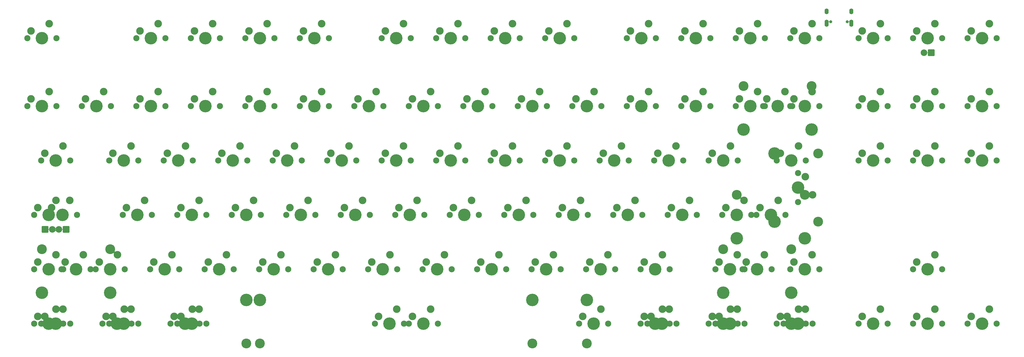
<source format=gts>
G04 #@! TF.GenerationSoftware,KiCad,Pcbnew,(6.0.1-0)*
G04 #@! TF.CreationDate,2022-01-18T02:05:56+01:00*
G04 #@! TF.ProjectId,KBD8X-MK2,4b424438-582d-44d4-9b32-2e6b69636164,rev?*
G04 #@! TF.SameCoordinates,Original*
G04 #@! TF.FileFunction,Soldermask,Top*
G04 #@! TF.FilePolarity,Negative*
%FSLAX46Y46*%
G04 Gerber Fmt 4.6, Leading zero omitted, Abs format (unit mm)*
G04 Created by KiCad (PCBNEW (6.0.1-0)) date 2022-01-18 02:05:56*
%MOMM*%
%LPD*%
G01*
G04 APERTURE LIST*
G04 Aperture macros list*
%AMRoundRect*
0 Rectangle with rounded corners*
0 $1 Rounding radius*
0 $2 $3 $4 $5 $6 $7 $8 $9 X,Y pos of 4 corners*
0 Add a 4 corners polygon primitive as box body*
4,1,4,$2,$3,$4,$5,$6,$7,$8,$9,$2,$3,0*
0 Add four circle primitives for the rounded corners*
1,1,$1+$1,$2,$3*
1,1,$1+$1,$4,$5*
1,1,$1+$1,$6,$7*
1,1,$1+$1,$8,$9*
0 Add four rect primitives between the rounded corners*
20,1,$1+$1,$2,$3,$4,$5,0*
20,1,$1+$1,$4,$5,$6,$7,0*
20,1,$1+$1,$6,$7,$8,$9,0*
20,1,$1+$1,$8,$9,$2,$3,0*%
G04 Aperture macros list end*
%ADD10C,2.150000*%
%ADD11C,4.387800*%
%ADD12C,2.650000*%
%ADD13C,3.448000*%
%ADD14C,2.305000*%
%ADD15RoundRect,0.200000X-0.952500X-0.952500X0.952500X-0.952500X0.952500X0.952500X-0.952500X0.952500X0*%
%ADD16C,1.050000*%
%ADD17O,1.400000X2.000000*%
%ADD18O,1.400000X2.500000*%
G04 APERTURE END LIST*
D10*
X334522500Y-235755000D03*
X324362500Y-235755000D03*
D11*
X329442500Y-235755000D03*
D12*
X325632500Y-233215000D03*
X331982500Y-230675000D03*
D10*
X315472500Y-235755000D03*
X305312500Y-235755000D03*
D11*
X310392500Y-235755000D03*
D12*
X306582500Y-233215000D03*
X312932500Y-230675000D03*
D10*
X148150000Y-178605000D03*
D11*
X153230000Y-178605000D03*
D10*
X158310000Y-178605000D03*
D12*
X149420000Y-176065000D03*
X155770000Y-173525000D03*
D10*
X177360000Y-178605000D03*
X167200000Y-178605000D03*
D11*
X172280000Y-178605000D03*
D12*
X168470000Y-176065000D03*
X174820000Y-173525000D03*
D11*
X191330000Y-178605000D03*
D10*
X196410000Y-178605000D03*
X186250000Y-178605000D03*
D12*
X187520000Y-176065000D03*
X193870000Y-173525000D03*
D10*
X205300000Y-178605000D03*
D11*
X210380000Y-178605000D03*
D10*
X215460000Y-178605000D03*
D12*
X206570000Y-176065000D03*
X212920000Y-173525000D03*
D10*
X224350000Y-178605000D03*
D11*
X229430000Y-178605000D03*
D10*
X234510000Y-178605000D03*
D12*
X225620000Y-176065000D03*
X231970000Y-173525000D03*
D11*
X248480000Y-178605000D03*
D10*
X243400000Y-178605000D03*
X253560000Y-178605000D03*
D12*
X244670000Y-176065000D03*
X251020000Y-173525000D03*
D10*
X262450000Y-178605000D03*
D11*
X267530000Y-178605000D03*
D10*
X272610000Y-178605000D03*
D12*
X263720000Y-176065000D03*
X270070000Y-173525000D03*
D10*
X310710000Y-178605000D03*
D11*
X305630000Y-178605000D03*
D10*
X300550000Y-178605000D03*
D12*
X301820000Y-176065000D03*
X308170000Y-173525000D03*
D10*
X329760000Y-178605000D03*
D11*
X324680000Y-178605000D03*
D10*
X319600000Y-178605000D03*
D12*
X320870000Y-176065000D03*
X327220000Y-173525000D03*
D10*
X363097500Y-216705000D03*
X352937500Y-216705000D03*
D11*
X358017500Y-216705000D03*
D12*
X354207500Y-214165000D03*
X360557500Y-211625000D03*
D10*
X348810000Y-178605000D03*
X338650000Y-178605000D03*
D11*
X343730000Y-178605000D03*
D12*
X339920000Y-176065000D03*
X346270000Y-173525000D03*
D10*
X343412500Y-235755000D03*
D11*
X348492500Y-235755000D03*
D10*
X353572500Y-235755000D03*
D12*
X344682500Y-233215000D03*
X351032500Y-230675000D03*
D10*
X333887500Y-216705000D03*
X344047500Y-216705000D03*
D11*
X338967500Y-216705000D03*
D12*
X335157500Y-214165000D03*
X341507500Y-211625000D03*
D11*
X362780000Y-178605000D03*
D10*
X357700000Y-178605000D03*
X367860000Y-178605000D03*
D12*
X358970000Y-176065000D03*
X365320000Y-173525000D03*
D11*
X353255000Y-197655000D03*
D10*
X348175000Y-197655000D03*
X358335000Y-197655000D03*
D12*
X349445000Y-195115000D03*
X355795000Y-192575000D03*
D11*
X396117500Y-197655000D03*
D10*
X391037500Y-197655000D03*
X401197500Y-197655000D03*
D12*
X392307500Y-195115000D03*
X398657500Y-192575000D03*
D10*
X371987500Y-216705000D03*
X382147500Y-216705000D03*
D11*
X377067500Y-216705000D03*
D12*
X373257500Y-214165000D03*
X379607500Y-211625000D03*
D10*
X367225000Y-197655000D03*
D11*
X372305000Y-197655000D03*
D10*
X377385000Y-197655000D03*
D12*
X368495000Y-195115000D03*
X374845000Y-192575000D03*
D11*
X134180000Y-178605000D03*
D10*
X129100000Y-178605000D03*
X139260000Y-178605000D03*
D12*
X130370000Y-176065000D03*
X136720000Y-173525000D03*
D11*
X167517500Y-216705000D03*
D10*
X172597500Y-216705000D03*
X162437500Y-216705000D03*
D12*
X163707500Y-214165000D03*
X170057500Y-211625000D03*
D10*
X258322500Y-235755000D03*
D11*
X253242500Y-235755000D03*
D10*
X248162500Y-235755000D03*
D12*
X249432500Y-233215000D03*
X255782500Y-230675000D03*
D11*
X391355000Y-178605000D03*
D10*
X386275000Y-178605000D03*
D13*
X379448750Y-171620000D03*
D11*
X379448750Y-186860000D03*
D13*
X403261250Y-171620000D03*
D10*
X396435000Y-178605000D03*
D11*
X403261250Y-186860000D03*
D12*
X387545000Y-176065000D03*
X393895000Y-173525000D03*
D10*
X376750000Y-178605000D03*
X386910000Y-178605000D03*
D11*
X381830000Y-178605000D03*
D12*
X378020000Y-176065000D03*
X384370000Y-173525000D03*
D10*
X395800000Y-178605000D03*
X405960000Y-178605000D03*
D11*
X400880000Y-178605000D03*
D12*
X397070000Y-176065000D03*
X403420000Y-173525000D03*
D11*
X215142500Y-235755000D03*
D10*
X220222500Y-235755000D03*
X210062500Y-235755000D03*
D12*
X211332500Y-233215000D03*
X217682500Y-230675000D03*
D11*
X141323750Y-216705000D03*
D10*
X146403750Y-216705000D03*
X136243750Y-216705000D03*
D12*
X137513750Y-214165000D03*
X143863750Y-211625000D03*
D14*
X140053750Y-221785000D03*
D15*
X142593750Y-221785000D03*
D11*
X136561250Y-216705000D03*
D10*
X141641250Y-216705000D03*
X131481250Y-216705000D03*
D12*
X132751250Y-214165000D03*
X139101250Y-211625000D03*
D14*
X137831250Y-221785000D03*
D15*
X135291250Y-221785000D03*
D10*
X210697500Y-216705000D03*
X200537500Y-216705000D03*
D11*
X205617500Y-216705000D03*
D12*
X201807500Y-214165000D03*
X208157500Y-211625000D03*
D11*
X424692500Y-197655000D03*
D10*
X429772500Y-197655000D03*
X419612500Y-197655000D03*
D12*
X420882500Y-195115000D03*
X427232500Y-192575000D03*
D10*
X438662500Y-254805000D03*
D11*
X443742500Y-254805000D03*
D10*
X448822500Y-254805000D03*
D12*
X439932500Y-252265000D03*
X446282500Y-249725000D03*
D11*
X200855000Y-197655000D03*
D10*
X195775000Y-197655000D03*
X205935000Y-197655000D03*
D12*
X197045000Y-195115000D03*
X203395000Y-192575000D03*
D10*
X129100000Y-154792500D03*
D11*
X134180000Y-154792500D03*
D10*
X139260000Y-154792500D03*
D12*
X130370000Y-152252500D03*
X136720000Y-149712500D03*
D10*
X219587500Y-216705000D03*
X229747500Y-216705000D03*
D11*
X224667500Y-216705000D03*
D12*
X220857500Y-214165000D03*
X227207500Y-211625000D03*
D11*
X172280000Y-154792500D03*
D10*
X177360000Y-154792500D03*
X167200000Y-154792500D03*
D12*
X168470000Y-152252500D03*
X174820000Y-149712500D03*
D11*
X191330000Y-154792500D03*
D10*
X196410000Y-154792500D03*
X186250000Y-154792500D03*
D12*
X187520000Y-152252500D03*
X193870000Y-149712500D03*
D10*
X215460000Y-154792500D03*
D11*
X210380000Y-154792500D03*
D10*
X205300000Y-154792500D03*
D12*
X206570000Y-152252500D03*
X212920000Y-149712500D03*
D10*
X224350000Y-154792500D03*
D11*
X229430000Y-154792500D03*
D10*
X234510000Y-154792500D03*
D12*
X225620000Y-152252500D03*
X231970000Y-149712500D03*
D11*
X258005000Y-154792500D03*
D10*
X252925000Y-154792500D03*
X263085000Y-154792500D03*
D12*
X254195000Y-152252500D03*
X260545000Y-149712500D03*
D11*
X277055000Y-154792500D03*
D10*
X282135000Y-154792500D03*
X271975000Y-154792500D03*
D12*
X273245000Y-152252500D03*
X279595000Y-149712500D03*
D10*
X291025000Y-154792500D03*
D11*
X296105000Y-154792500D03*
D10*
X301185000Y-154792500D03*
D12*
X292295000Y-152252500D03*
X298645000Y-149712500D03*
D10*
X310075000Y-154792500D03*
D11*
X315155000Y-154792500D03*
D10*
X320235000Y-154792500D03*
D12*
X311345000Y-152252500D03*
X317695000Y-149712500D03*
D11*
X343730000Y-154792500D03*
D10*
X338650000Y-154792500D03*
X348810000Y-154792500D03*
D12*
X339920000Y-152252500D03*
X346270000Y-149712500D03*
D10*
X357700000Y-154792500D03*
X367860000Y-154792500D03*
D11*
X362780000Y-154792500D03*
D12*
X358970000Y-152252500D03*
X365320000Y-149712500D03*
D11*
X381830000Y-154792500D03*
D10*
X376750000Y-154792500D03*
X386910000Y-154792500D03*
D12*
X378020000Y-152252500D03*
X384370000Y-149712500D03*
D11*
X400880000Y-154792500D03*
D10*
X405960000Y-154792500D03*
X395800000Y-154792500D03*
D12*
X397070000Y-152252500D03*
X403420000Y-149712500D03*
D10*
X238637500Y-216705000D03*
X248797500Y-216705000D03*
D11*
X243717500Y-216705000D03*
D12*
X239907500Y-214165000D03*
X246257500Y-211625000D03*
D10*
X257687500Y-216705000D03*
X267847500Y-216705000D03*
D11*
X262767500Y-216705000D03*
D12*
X258957500Y-214165000D03*
X265307500Y-211625000D03*
D11*
X443742500Y-178605000D03*
D10*
X438662500Y-178605000D03*
X448822500Y-178605000D03*
D12*
X439932500Y-176065000D03*
X446282500Y-173525000D03*
D11*
X296105000Y-197655000D03*
D10*
X301185000Y-197655000D03*
X291025000Y-197655000D03*
D12*
X292295000Y-195115000D03*
X298645000Y-192575000D03*
D10*
X429772500Y-178605000D03*
X419612500Y-178605000D03*
D11*
X424692500Y-178605000D03*
D12*
X420882500Y-176065000D03*
X427232500Y-173525000D03*
D10*
X286897500Y-216705000D03*
X276737500Y-216705000D03*
D11*
X281817500Y-216705000D03*
D12*
X278007500Y-214165000D03*
X284357500Y-211625000D03*
D10*
X295787500Y-216705000D03*
D11*
X300867500Y-216705000D03*
D10*
X305947500Y-216705000D03*
D12*
X297057500Y-214165000D03*
X303407500Y-211625000D03*
D11*
X319917500Y-216705000D03*
D10*
X314837500Y-216705000D03*
X324997500Y-216705000D03*
D12*
X316107500Y-214165000D03*
X322457500Y-211625000D03*
D10*
X189266250Y-254805000D03*
X179106250Y-254805000D03*
D11*
X184186250Y-254805000D03*
D12*
X180376250Y-252265000D03*
X186726250Y-249725000D03*
D11*
X186567500Y-254805000D03*
D10*
X191647500Y-254805000D03*
X181487500Y-254805000D03*
D12*
X182757500Y-252265000D03*
X189107500Y-249725000D03*
D10*
X141641250Y-254805000D03*
X131481250Y-254805000D03*
D11*
X136561250Y-254805000D03*
D12*
X132751250Y-252265000D03*
X139101250Y-249725000D03*
D11*
X138942500Y-254805000D03*
D10*
X133862500Y-254805000D03*
X144022500Y-254805000D03*
D12*
X135132500Y-252265000D03*
X141482500Y-249725000D03*
D11*
X424692500Y-254805000D03*
D10*
X429772500Y-254805000D03*
X419612500Y-254805000D03*
D12*
X420882500Y-252265000D03*
X427232500Y-249725000D03*
D10*
X165453750Y-254805000D03*
D11*
X160373750Y-254805000D03*
D10*
X155293750Y-254805000D03*
D12*
X156563750Y-252265000D03*
X162913750Y-249725000D03*
D11*
X162755000Y-254805000D03*
D10*
X157675000Y-254805000D03*
X167835000Y-254805000D03*
D12*
X158945000Y-252265000D03*
X165295000Y-249725000D03*
D10*
X141006250Y-235755000D03*
D11*
X134180000Y-244010000D03*
X157992500Y-244010000D03*
D13*
X134180000Y-228770000D03*
D10*
X151166250Y-235755000D03*
D13*
X157992500Y-228770000D03*
D11*
X146086250Y-235755000D03*
D12*
X142276250Y-233215000D03*
X148626250Y-230675000D03*
D10*
X131481250Y-235755000D03*
D11*
X136561250Y-235755000D03*
D10*
X141641250Y-235755000D03*
D12*
X132751250Y-233215000D03*
X139101250Y-230675000D03*
D10*
X152912500Y-235755000D03*
D11*
X157992500Y-235755000D03*
D10*
X163072500Y-235755000D03*
D12*
X154182500Y-233215000D03*
X160532500Y-230675000D03*
D10*
X296422500Y-235755000D03*
X286262500Y-235755000D03*
D11*
X291342500Y-235755000D03*
D12*
X287532500Y-233215000D03*
X293882500Y-230675000D03*
D10*
X277372500Y-235755000D03*
X267212500Y-235755000D03*
D11*
X272292500Y-235755000D03*
D12*
X268482500Y-233215000D03*
X274832500Y-230675000D03*
D10*
X320235000Y-197655000D03*
X310075000Y-197655000D03*
D11*
X315155000Y-197655000D03*
D12*
X311345000Y-195115000D03*
X317695000Y-192575000D03*
D10*
X339285000Y-197655000D03*
D11*
X334205000Y-197655000D03*
D10*
X329125000Y-197655000D03*
D12*
X330395000Y-195115000D03*
X336745000Y-192575000D03*
D10*
X467872500Y-154792500D03*
X457712500Y-154792500D03*
D11*
X462792500Y-154792500D03*
D12*
X458982500Y-152252500D03*
X465332500Y-149712500D03*
D10*
X467872500Y-197655000D03*
D11*
X462792500Y-197655000D03*
D10*
X457712500Y-197655000D03*
D12*
X458982500Y-195115000D03*
X465332500Y-192575000D03*
D11*
X462792500Y-178605000D03*
D10*
X457712500Y-178605000D03*
X467872500Y-178605000D03*
D12*
X458982500Y-176065000D03*
X465332500Y-173525000D03*
D11*
X424692500Y-154792500D03*
D10*
X429772500Y-154792500D03*
X419612500Y-154792500D03*
D12*
X420882500Y-152252500D03*
X427232500Y-149712500D03*
D11*
X162755000Y-197655000D03*
D10*
X167835000Y-197655000D03*
X157675000Y-197655000D03*
D12*
X158945000Y-195115000D03*
X165295000Y-192575000D03*
D10*
X214825000Y-197655000D03*
D11*
X219905000Y-197655000D03*
D10*
X224985000Y-197655000D03*
D12*
X216095000Y-195115000D03*
X222445000Y-192575000D03*
D10*
X321981250Y-254805000D03*
D11*
X327061250Y-254805000D03*
D10*
X332141250Y-254805000D03*
D12*
X323251250Y-252265000D03*
X329601250Y-249725000D03*
D10*
X353572500Y-254805000D03*
X343412500Y-254805000D03*
D11*
X348492500Y-254805000D03*
D12*
X344682500Y-252265000D03*
X351032500Y-249725000D03*
D11*
X398498750Y-254805000D03*
D10*
X393418750Y-254805000D03*
X403578750Y-254805000D03*
D12*
X394688750Y-252265000D03*
X401038750Y-249725000D03*
D10*
X401197500Y-254805000D03*
D11*
X396117500Y-254805000D03*
D10*
X391037500Y-254805000D03*
D12*
X392307500Y-252265000D03*
X398657500Y-249725000D03*
D10*
X383893750Y-216705000D03*
D13*
X400880000Y-209720000D03*
X377067500Y-209720000D03*
D10*
X394053750Y-216705000D03*
D11*
X377067500Y-224960000D03*
X400880000Y-224960000D03*
X388973750Y-216705000D03*
D12*
X385163750Y-214165000D03*
X391513750Y-211625000D03*
D10*
X345793750Y-254805000D03*
X355953750Y-254805000D03*
D11*
X350873750Y-254805000D03*
D12*
X347063750Y-252265000D03*
X353413750Y-249725000D03*
D10*
X367225000Y-254805000D03*
D11*
X372305000Y-254805000D03*
D10*
X377385000Y-254805000D03*
D12*
X368495000Y-252265000D03*
X374845000Y-249725000D03*
D10*
X369606250Y-254805000D03*
D11*
X374686250Y-254805000D03*
D10*
X379766250Y-254805000D03*
D12*
X370876250Y-252265000D03*
X377226250Y-249725000D03*
D10*
X379131250Y-235755000D03*
D11*
X396117500Y-244010000D03*
X372305000Y-244010000D03*
D13*
X372305000Y-228770000D03*
X396117500Y-228770000D03*
D11*
X384211250Y-235755000D03*
D10*
X389291250Y-235755000D03*
D12*
X380401250Y-233215000D03*
X386751250Y-230675000D03*
D10*
X369606250Y-235755000D03*
D11*
X374686250Y-235755000D03*
D10*
X379766250Y-235755000D03*
D12*
X370876250Y-233215000D03*
X377226250Y-230675000D03*
D10*
X405960000Y-235755000D03*
X395800000Y-235755000D03*
D11*
X400880000Y-235755000D03*
D12*
X397070000Y-233215000D03*
X403420000Y-230675000D03*
D10*
X457712500Y-254805000D03*
X467872500Y-254805000D03*
D11*
X462792500Y-254805000D03*
D12*
X458982500Y-252265000D03*
X465332500Y-249725000D03*
D11*
X186567500Y-216705000D03*
D10*
X181487500Y-216705000D03*
X191647500Y-216705000D03*
D12*
X182757500Y-214165000D03*
X189107500Y-211625000D03*
D10*
X260703750Y-254805000D03*
D13*
X305623650Y-261790000D03*
X205623850Y-261790000D03*
D11*
X305623650Y-246550000D03*
X255623750Y-254805000D03*
D10*
X250543750Y-254805000D03*
D11*
X205623850Y-246550000D03*
D12*
X251813750Y-252265000D03*
X258163750Y-249725000D03*
D13*
X210380000Y-261790000D03*
D10*
X272610000Y-254805000D03*
D11*
X267530000Y-254805000D03*
D13*
X324680000Y-261790000D03*
D10*
X262450000Y-254805000D03*
D11*
X324680000Y-246550000D03*
X210380000Y-246550000D03*
D12*
X263720000Y-252265000D03*
X270070000Y-249725000D03*
D11*
X238955000Y-197655000D03*
D10*
X233875000Y-197655000D03*
X244035000Y-197655000D03*
D12*
X235145000Y-195115000D03*
X241495000Y-192575000D03*
D10*
X282135000Y-197655000D03*
D11*
X277055000Y-197655000D03*
D10*
X271975000Y-197655000D03*
D12*
X273245000Y-195115000D03*
X279595000Y-192575000D03*
D10*
X448822500Y-235755000D03*
D11*
X443742500Y-235755000D03*
D10*
X438662500Y-235755000D03*
D12*
X439932500Y-233215000D03*
X446282500Y-230675000D03*
D11*
X234192500Y-235755000D03*
D10*
X229112500Y-235755000D03*
X239272500Y-235755000D03*
D12*
X230382500Y-233215000D03*
X236732500Y-230675000D03*
D10*
X186885000Y-197655000D03*
D11*
X181805000Y-197655000D03*
D10*
X176725000Y-197655000D03*
D12*
X177995000Y-195115000D03*
X184345000Y-192575000D03*
D11*
X196092500Y-235755000D03*
D10*
X201172500Y-235755000D03*
X191012500Y-235755000D03*
D12*
X192282500Y-233215000D03*
X198632500Y-230675000D03*
D10*
X263085000Y-197655000D03*
D11*
X258005000Y-197655000D03*
D10*
X252925000Y-197655000D03*
D12*
X254195000Y-195115000D03*
X260545000Y-192575000D03*
D11*
X177042500Y-235755000D03*
D10*
X171962500Y-235755000D03*
X182122500Y-235755000D03*
D12*
X173232500Y-233215000D03*
X179582500Y-230675000D03*
D10*
X398498750Y-202100000D03*
D13*
X405483750Y-219118000D03*
X405483750Y-195242000D03*
D10*
X398498750Y-212260000D03*
D11*
X390243750Y-195242000D03*
X398498750Y-207180000D03*
X390243750Y-219118000D03*
D12*
X401038750Y-203370000D03*
X403578750Y-209720000D03*
D11*
X286580000Y-178605000D03*
D10*
X291660000Y-178605000D03*
X281500000Y-178605000D03*
D12*
X282770000Y-176065000D03*
X289120000Y-173525000D03*
D10*
X133862500Y-197655000D03*
D11*
X138942500Y-197655000D03*
D10*
X144022500Y-197655000D03*
D12*
X135132500Y-195115000D03*
X141482500Y-192575000D03*
D11*
X443742500Y-154792500D03*
D10*
X438662500Y-154792500D03*
X448822500Y-154792500D03*
D12*
X439932500Y-152252500D03*
X446282500Y-149712500D03*
D14*
X442472500Y-159872500D03*
D15*
X445012500Y-159872500D03*
D10*
X448830000Y-197670000D03*
D11*
X443750000Y-197670000D03*
D10*
X438670000Y-197670000D03*
D12*
X439940000Y-195130000D03*
X446290000Y-192590000D03*
D16*
X415676250Y-149042125D03*
X409896250Y-149042125D03*
D17*
X408466250Y-145392125D03*
D18*
X417106250Y-149572125D03*
X408466250Y-149572125D03*
D17*
X417106250Y-145392125D03*
G36*
X133943513Y-252833837D02*
G01*
X133943688Y-252834139D01*
X133986756Y-252926499D01*
X134092833Y-253077993D01*
X134093008Y-253079985D01*
X134091369Y-253081132D01*
X134089683Y-253080449D01*
X134062107Y-253048614D01*
X134061914Y-253048350D01*
X134045800Y-253022054D01*
X133994218Y-252975387D01*
X133925893Y-252964064D01*
X133862135Y-252991546D01*
X133840815Y-253014401D01*
X133821716Y-253040979D01*
X133819893Y-253041802D01*
X133818269Y-253040635D01*
X133818454Y-253038665D01*
X133896994Y-252926499D01*
X133940062Y-252834139D01*
X133941701Y-252832992D01*
X133943513Y-252833837D01*
G37*
G36*
X157756013Y-252833837D02*
G01*
X157756188Y-252834139D01*
X157799256Y-252926499D01*
X157905333Y-253077993D01*
X157905508Y-253079985D01*
X157903869Y-253081132D01*
X157902183Y-253080449D01*
X157874607Y-253048614D01*
X157874414Y-253048350D01*
X157858300Y-253022054D01*
X157806718Y-252975387D01*
X157738393Y-252964064D01*
X157674635Y-252991546D01*
X157653315Y-253014401D01*
X157634216Y-253040979D01*
X157632393Y-253041802D01*
X157630769Y-253040635D01*
X157630954Y-253038665D01*
X157709494Y-252926499D01*
X157752562Y-252834139D01*
X157754201Y-252832992D01*
X157756013Y-252833837D01*
G37*
G36*
X181568513Y-252833837D02*
G01*
X181568688Y-252834139D01*
X181611756Y-252926499D01*
X181717833Y-253077993D01*
X181718008Y-253079985D01*
X181716369Y-253081132D01*
X181714683Y-253080449D01*
X181687107Y-253048614D01*
X181686914Y-253048350D01*
X181670800Y-253022054D01*
X181619218Y-252975387D01*
X181550893Y-252964064D01*
X181487135Y-252991546D01*
X181465815Y-253014401D01*
X181446716Y-253040979D01*
X181444893Y-253041802D01*
X181443269Y-253040635D01*
X181443454Y-253038665D01*
X181521994Y-252926499D01*
X181565062Y-252834139D01*
X181566701Y-252832992D01*
X181568513Y-252833837D01*
G37*
G36*
X345874763Y-252833837D02*
G01*
X345874938Y-252834139D01*
X345918006Y-252926499D01*
X346024083Y-253077993D01*
X346024258Y-253079985D01*
X346022619Y-253081132D01*
X346020933Y-253080449D01*
X345993357Y-253048614D01*
X345993164Y-253048350D01*
X345977050Y-253022054D01*
X345925468Y-252975387D01*
X345857143Y-252964064D01*
X345793385Y-252991546D01*
X345772065Y-253014401D01*
X345752966Y-253040979D01*
X345751143Y-253041802D01*
X345749519Y-253040635D01*
X345749704Y-253038665D01*
X345828244Y-252926499D01*
X345871312Y-252834139D01*
X345872951Y-252832992D01*
X345874763Y-252833837D01*
G37*
G36*
X369687263Y-252833837D02*
G01*
X369687438Y-252834139D01*
X369730506Y-252926499D01*
X369836583Y-253077993D01*
X369836758Y-253079985D01*
X369835119Y-253081132D01*
X369833433Y-253080449D01*
X369805857Y-253048614D01*
X369805664Y-253048350D01*
X369789550Y-253022054D01*
X369737968Y-252975387D01*
X369669643Y-252964064D01*
X369605885Y-252991546D01*
X369584565Y-253014401D01*
X369565466Y-253040979D01*
X369563643Y-253041802D01*
X369562019Y-253040635D01*
X369562204Y-253038665D01*
X369640744Y-252926499D01*
X369683812Y-252834139D01*
X369685451Y-252832992D01*
X369687263Y-252833837D01*
G37*
G36*
X393499763Y-252833837D02*
G01*
X393499938Y-252834139D01*
X393543006Y-252926499D01*
X393649083Y-253077993D01*
X393649258Y-253079985D01*
X393647619Y-253081132D01*
X393645933Y-253080449D01*
X393618357Y-253048614D01*
X393618164Y-253048350D01*
X393602050Y-253022054D01*
X393550468Y-252975387D01*
X393482143Y-252964064D01*
X393418385Y-252991546D01*
X393397065Y-253014401D01*
X393377966Y-253040979D01*
X393376143Y-253041802D01*
X393374519Y-253040635D01*
X393374704Y-253038665D01*
X393453244Y-252926499D01*
X393496312Y-252834139D01*
X393497951Y-252832992D01*
X393499763Y-252833837D01*
G37*
G36*
X134111394Y-251424194D02*
G01*
X134111112Y-251425902D01*
X133986756Y-251603501D01*
X133943688Y-251695861D01*
X133942049Y-251697008D01*
X133940237Y-251696163D01*
X133940062Y-251695861D01*
X133896994Y-251603501D01*
X133781813Y-251439006D01*
X133781638Y-251437014D01*
X133783277Y-251435867D01*
X133784930Y-251436513D01*
X133802178Y-251455468D01*
X133802378Y-251455728D01*
X133838794Y-251512019D01*
X133891500Y-251557411D01*
X133960081Y-251567060D01*
X134023148Y-251538029D01*
X134043903Y-251514659D01*
X134101454Y-251430292D01*
X134101660Y-251430037D01*
X134108028Y-251423373D01*
X134109948Y-251422812D01*
X134111394Y-251424194D01*
G37*
G36*
X157923894Y-251424194D02*
G01*
X157923612Y-251425902D01*
X157799256Y-251603501D01*
X157756188Y-251695861D01*
X157754549Y-251697008D01*
X157752737Y-251696163D01*
X157752562Y-251695861D01*
X157709494Y-251603501D01*
X157594313Y-251439006D01*
X157594138Y-251437014D01*
X157595777Y-251435867D01*
X157597430Y-251436513D01*
X157614678Y-251455468D01*
X157614878Y-251455728D01*
X157651294Y-251512019D01*
X157704000Y-251557411D01*
X157772581Y-251567060D01*
X157835648Y-251538029D01*
X157856403Y-251514659D01*
X157913954Y-251430292D01*
X157914160Y-251430037D01*
X157920528Y-251423373D01*
X157922448Y-251422812D01*
X157923894Y-251424194D01*
G37*
G36*
X181736394Y-251424194D02*
G01*
X181736112Y-251425902D01*
X181611756Y-251603501D01*
X181568688Y-251695861D01*
X181567049Y-251697008D01*
X181565237Y-251696163D01*
X181565062Y-251695861D01*
X181521994Y-251603501D01*
X181406813Y-251439006D01*
X181406638Y-251437014D01*
X181408277Y-251435867D01*
X181409930Y-251436513D01*
X181427178Y-251455468D01*
X181427378Y-251455728D01*
X181463794Y-251512019D01*
X181516500Y-251557411D01*
X181585081Y-251567060D01*
X181648148Y-251538029D01*
X181668903Y-251514659D01*
X181726454Y-251430292D01*
X181726660Y-251430037D01*
X181733028Y-251423373D01*
X181734948Y-251422812D01*
X181736394Y-251424194D01*
G37*
G36*
X393667644Y-251424194D02*
G01*
X393667362Y-251425902D01*
X393543006Y-251603501D01*
X393499938Y-251695861D01*
X393498299Y-251697008D01*
X393496487Y-251696163D01*
X393496312Y-251695861D01*
X393453244Y-251603501D01*
X393338063Y-251439006D01*
X393337888Y-251437014D01*
X393339527Y-251435867D01*
X393341180Y-251436513D01*
X393358428Y-251455468D01*
X393358628Y-251455728D01*
X393395044Y-251512019D01*
X393447750Y-251557411D01*
X393516331Y-251567060D01*
X393579398Y-251538029D01*
X393600153Y-251514659D01*
X393657704Y-251430292D01*
X393657910Y-251430037D01*
X393664278Y-251423373D01*
X393666198Y-251422812D01*
X393667644Y-251424194D01*
G37*
G36*
X369855144Y-251424194D02*
G01*
X369854862Y-251425902D01*
X369730506Y-251603501D01*
X369687438Y-251695861D01*
X369685799Y-251697008D01*
X369683987Y-251696163D01*
X369683812Y-251695861D01*
X369640744Y-251603501D01*
X369525563Y-251439006D01*
X369525388Y-251437014D01*
X369527027Y-251435867D01*
X369528680Y-251436513D01*
X369545928Y-251455468D01*
X369546128Y-251455728D01*
X369582544Y-251512019D01*
X369635250Y-251557411D01*
X369703831Y-251567060D01*
X369766898Y-251538029D01*
X369787653Y-251514659D01*
X369845204Y-251430292D01*
X369845410Y-251430037D01*
X369851778Y-251423373D01*
X369853698Y-251422812D01*
X369855144Y-251424194D01*
G37*
G36*
X346042644Y-251424194D02*
G01*
X346042362Y-251425902D01*
X345918006Y-251603501D01*
X345874938Y-251695861D01*
X345873299Y-251697008D01*
X345871487Y-251696163D01*
X345871312Y-251695861D01*
X345828244Y-251603501D01*
X345713063Y-251439006D01*
X345712888Y-251437014D01*
X345714527Y-251435867D01*
X345716180Y-251436513D01*
X345733428Y-251455468D01*
X345733628Y-251455728D01*
X345770044Y-251512019D01*
X345822750Y-251557411D01*
X345891331Y-251567060D01*
X345954398Y-251538029D01*
X345975153Y-251514659D01*
X346032704Y-251430292D01*
X346032910Y-251430037D01*
X346039278Y-251423373D01*
X346041198Y-251422812D01*
X346042644Y-251424194D01*
G37*
G36*
X140293513Y-250293837D02*
G01*
X140293688Y-250294139D01*
X140336756Y-250386499D01*
X140442833Y-250537993D01*
X140443008Y-250539985D01*
X140441369Y-250541132D01*
X140439683Y-250540449D01*
X140412107Y-250508614D01*
X140411914Y-250508350D01*
X140395800Y-250482054D01*
X140344218Y-250435387D01*
X140275893Y-250424064D01*
X140212135Y-250451546D01*
X140190815Y-250474401D01*
X140171716Y-250500979D01*
X140169893Y-250501802D01*
X140168269Y-250500635D01*
X140168454Y-250498665D01*
X140246994Y-250386499D01*
X140290062Y-250294139D01*
X140291701Y-250292992D01*
X140293513Y-250293837D01*
G37*
G36*
X164106013Y-250293837D02*
G01*
X164106188Y-250294139D01*
X164149256Y-250386499D01*
X164255333Y-250537993D01*
X164255508Y-250539985D01*
X164253869Y-250541132D01*
X164252183Y-250540449D01*
X164224607Y-250508614D01*
X164224414Y-250508350D01*
X164208300Y-250482054D01*
X164156718Y-250435387D01*
X164088393Y-250424064D01*
X164024635Y-250451546D01*
X164003315Y-250474401D01*
X163984216Y-250500979D01*
X163982393Y-250501802D01*
X163980769Y-250500635D01*
X163980954Y-250498665D01*
X164059494Y-250386499D01*
X164102562Y-250294139D01*
X164104201Y-250292992D01*
X164106013Y-250293837D01*
G37*
G36*
X187918513Y-250293837D02*
G01*
X187918688Y-250294139D01*
X187961756Y-250386499D01*
X188067833Y-250537993D01*
X188068008Y-250539985D01*
X188066369Y-250541132D01*
X188064683Y-250540449D01*
X188037107Y-250508614D01*
X188036914Y-250508350D01*
X188020800Y-250482054D01*
X187969218Y-250435387D01*
X187900893Y-250424064D01*
X187837135Y-250451546D01*
X187815815Y-250474401D01*
X187796716Y-250500979D01*
X187794893Y-250501802D01*
X187793269Y-250500635D01*
X187793454Y-250498665D01*
X187871994Y-250386499D01*
X187915062Y-250294139D01*
X187916701Y-250292992D01*
X187918513Y-250293837D01*
G37*
G36*
X352224763Y-250293837D02*
G01*
X352224938Y-250294139D01*
X352268006Y-250386499D01*
X352374083Y-250537993D01*
X352374258Y-250539985D01*
X352372619Y-250541132D01*
X352370933Y-250540449D01*
X352343357Y-250508614D01*
X352343164Y-250508350D01*
X352327050Y-250482054D01*
X352275468Y-250435387D01*
X352207143Y-250424064D01*
X352143385Y-250451546D01*
X352122065Y-250474401D01*
X352102966Y-250500979D01*
X352101143Y-250501802D01*
X352099519Y-250500635D01*
X352099704Y-250498665D01*
X352178244Y-250386499D01*
X352221312Y-250294139D01*
X352222951Y-250292992D01*
X352224763Y-250293837D01*
G37*
G36*
X376037263Y-250293837D02*
G01*
X376037438Y-250294139D01*
X376080506Y-250386499D01*
X376186583Y-250537993D01*
X376186758Y-250539985D01*
X376185119Y-250541132D01*
X376183433Y-250540449D01*
X376155857Y-250508614D01*
X376155664Y-250508350D01*
X376139550Y-250482054D01*
X376087968Y-250435387D01*
X376019643Y-250424064D01*
X375955885Y-250451546D01*
X375934565Y-250474401D01*
X375915466Y-250500979D01*
X375913643Y-250501802D01*
X375912019Y-250500635D01*
X375912204Y-250498665D01*
X375990744Y-250386499D01*
X376033812Y-250294139D01*
X376035451Y-250292992D01*
X376037263Y-250293837D01*
G37*
G36*
X399849763Y-250293837D02*
G01*
X399849938Y-250294139D01*
X399893006Y-250386499D01*
X399999083Y-250537993D01*
X399999258Y-250539985D01*
X399997619Y-250541132D01*
X399995933Y-250540449D01*
X399968357Y-250508614D01*
X399968164Y-250508350D01*
X399952050Y-250482054D01*
X399900468Y-250435387D01*
X399832143Y-250424064D01*
X399768385Y-250451546D01*
X399747065Y-250474401D01*
X399727966Y-250500979D01*
X399726143Y-250501802D01*
X399724519Y-250500635D01*
X399724704Y-250498665D01*
X399803244Y-250386499D01*
X399846312Y-250294139D01*
X399847951Y-250292992D01*
X399849763Y-250293837D01*
G37*
G36*
X140461394Y-248884194D02*
G01*
X140461112Y-248885902D01*
X140336756Y-249063501D01*
X140293688Y-249155861D01*
X140292049Y-249157008D01*
X140290237Y-249156163D01*
X140290062Y-249155861D01*
X140246994Y-249063501D01*
X140131813Y-248899006D01*
X140131638Y-248897014D01*
X140133277Y-248895867D01*
X140134930Y-248896513D01*
X140152178Y-248915468D01*
X140152378Y-248915728D01*
X140188794Y-248972019D01*
X140241500Y-249017411D01*
X140310081Y-249027060D01*
X140373148Y-248998029D01*
X140393903Y-248974659D01*
X140451454Y-248890292D01*
X140451660Y-248890037D01*
X140458028Y-248883373D01*
X140459948Y-248882812D01*
X140461394Y-248884194D01*
G37*
G36*
X164273894Y-248884194D02*
G01*
X164273612Y-248885902D01*
X164149256Y-249063501D01*
X164106188Y-249155861D01*
X164104549Y-249157008D01*
X164102737Y-249156163D01*
X164102562Y-249155861D01*
X164059494Y-249063501D01*
X163944313Y-248899006D01*
X163944138Y-248897014D01*
X163945777Y-248895867D01*
X163947430Y-248896513D01*
X163964678Y-248915468D01*
X163964878Y-248915728D01*
X164001294Y-248972019D01*
X164054000Y-249017411D01*
X164122581Y-249027060D01*
X164185648Y-248998029D01*
X164206403Y-248974659D01*
X164263954Y-248890292D01*
X164264160Y-248890037D01*
X164270528Y-248883373D01*
X164272448Y-248882812D01*
X164273894Y-248884194D01*
G37*
G36*
X400017644Y-248884194D02*
G01*
X400017362Y-248885902D01*
X399893006Y-249063501D01*
X399849938Y-249155861D01*
X399848299Y-249157008D01*
X399846487Y-249156163D01*
X399846312Y-249155861D01*
X399803244Y-249063501D01*
X399688063Y-248899006D01*
X399687888Y-248897014D01*
X399689527Y-248895867D01*
X399691180Y-248896513D01*
X399708428Y-248915468D01*
X399708628Y-248915728D01*
X399745044Y-248972019D01*
X399797750Y-249017411D01*
X399866331Y-249027060D01*
X399929398Y-248998029D01*
X399950153Y-248974659D01*
X400007704Y-248890292D01*
X400007910Y-248890037D01*
X400014278Y-248883373D01*
X400016198Y-248882812D01*
X400017644Y-248884194D01*
G37*
G36*
X376205144Y-248884194D02*
G01*
X376204862Y-248885902D01*
X376080506Y-249063501D01*
X376037438Y-249155861D01*
X376035799Y-249157008D01*
X376033987Y-249156163D01*
X376033812Y-249155861D01*
X375990744Y-249063501D01*
X375875563Y-248899006D01*
X375875388Y-248897014D01*
X375877027Y-248895867D01*
X375878680Y-248896513D01*
X375895928Y-248915468D01*
X375896128Y-248915728D01*
X375932544Y-248972019D01*
X375985250Y-249017411D01*
X376053831Y-249027060D01*
X376116898Y-248998029D01*
X376137653Y-248974659D01*
X376195204Y-248890292D01*
X376195410Y-248890037D01*
X376201778Y-248883373D01*
X376203698Y-248882812D01*
X376205144Y-248884194D01*
G37*
G36*
X352392644Y-248884194D02*
G01*
X352392362Y-248885902D01*
X352268006Y-249063501D01*
X352224938Y-249155861D01*
X352223299Y-249157008D01*
X352221487Y-249156163D01*
X352221312Y-249155861D01*
X352178244Y-249063501D01*
X352063063Y-248899006D01*
X352062888Y-248897014D01*
X352064527Y-248895867D01*
X352066180Y-248896513D01*
X352083428Y-248915468D01*
X352083628Y-248915728D01*
X352120044Y-248972019D01*
X352172750Y-249017411D01*
X352241331Y-249027060D01*
X352304398Y-248998029D01*
X352325153Y-248974659D01*
X352382704Y-248890292D01*
X352382910Y-248890037D01*
X352389278Y-248883373D01*
X352391198Y-248882812D01*
X352392644Y-248884194D01*
G37*
G36*
X188086394Y-248884194D02*
G01*
X188086112Y-248885902D01*
X187961756Y-249063501D01*
X187918688Y-249155861D01*
X187917049Y-249157008D01*
X187915237Y-249156163D01*
X187915062Y-249155861D01*
X187871994Y-249063501D01*
X187756813Y-248899006D01*
X187756638Y-248897014D01*
X187758277Y-248895867D01*
X187759930Y-248896513D01*
X187777178Y-248915468D01*
X187777378Y-248915728D01*
X187813794Y-248972019D01*
X187866500Y-249017411D01*
X187935081Y-249027060D01*
X187998148Y-248998029D01*
X188018903Y-248974659D01*
X188076454Y-248890292D01*
X188076660Y-248890037D01*
X188083028Y-248883373D01*
X188084948Y-248882812D01*
X188086394Y-248884194D01*
G37*
G36*
X141807769Y-234450750D02*
G01*
X141823760Y-234458206D01*
X142046518Y-234517894D01*
X142197939Y-234531141D01*
X142199578Y-234532288D01*
X142199403Y-234534280D01*
X142197692Y-234535132D01*
X142113526Y-234532046D01*
X142046114Y-234549185D01*
X141998873Y-234599828D01*
X141986512Y-234667976D01*
X142012966Y-234732014D01*
X142061945Y-234768218D01*
X142062743Y-234770051D01*
X142061554Y-234771660D01*
X142060015Y-234771684D01*
X141945996Y-234726195D01*
X141753407Y-234687887D01*
X141751240Y-234687858D01*
X141749521Y-234686835D01*
X141749547Y-234684835D01*
X141750728Y-234683932D01*
X141816204Y-234665635D01*
X141862239Y-234613893D01*
X141872992Y-234545472D01*
X141845034Y-234482070D01*
X141805766Y-234454194D01*
X141804933Y-234452376D01*
X141806091Y-234450745D01*
X141807769Y-234450750D01*
G37*
G36*
X379932769Y-234450750D02*
G01*
X379948760Y-234458206D01*
X380171518Y-234517894D01*
X380322939Y-234531141D01*
X380324578Y-234532288D01*
X380324403Y-234534280D01*
X380322692Y-234535132D01*
X380238526Y-234532046D01*
X380171114Y-234549185D01*
X380123873Y-234599828D01*
X380111512Y-234667976D01*
X380137966Y-234732014D01*
X380186945Y-234768218D01*
X380187743Y-234770051D01*
X380186554Y-234771660D01*
X380185015Y-234771684D01*
X380070996Y-234726195D01*
X379878407Y-234687887D01*
X379876240Y-234687858D01*
X379874521Y-234686835D01*
X379874547Y-234684835D01*
X379875728Y-234683932D01*
X379941204Y-234665635D01*
X379987239Y-234613893D01*
X379997992Y-234545472D01*
X379970034Y-234482070D01*
X379930766Y-234454194D01*
X379929933Y-234452376D01*
X379931091Y-234450745D01*
X379932769Y-234450750D01*
G37*
G36*
X159571541Y-229453071D02*
G01*
X159571901Y-229454500D01*
X159562802Y-229523741D01*
X159592335Y-229586385D01*
X159651050Y-229623120D01*
X159720423Y-229622278D01*
X159758233Y-229603030D01*
X159825467Y-229552550D01*
X159825744Y-229552375D01*
X159846388Y-229541628D01*
X159848387Y-229541715D01*
X159849310Y-229543489D01*
X159848459Y-229545040D01*
X159682096Y-229661529D01*
X159519029Y-229824596D01*
X159386756Y-230013501D01*
X159289293Y-230222511D01*
X159288294Y-230226242D01*
X159286880Y-230227657D01*
X159284948Y-230227139D01*
X159284362Y-230225755D01*
X159283349Y-230158601D01*
X159245032Y-230100909D01*
X159181605Y-230073090D01*
X159113060Y-230084002D01*
X159083779Y-230103479D01*
X159050296Y-230133469D01*
X159050073Y-230133642D01*
X159029120Y-230147642D01*
X159027124Y-230147773D01*
X159026013Y-230146110D01*
X159026717Y-230144453D01*
X159199458Y-229998218D01*
X159367748Y-229806319D01*
X159505817Y-229591667D01*
X159568094Y-229453418D01*
X159569718Y-229452249D01*
X159571541Y-229453071D01*
G37*
G36*
X138945444Y-222076194D02*
G01*
X138945878Y-222077021D01*
X138969249Y-222169041D01*
X139056354Y-222357988D01*
X139056171Y-222359979D01*
X139054355Y-222360817D01*
X139052900Y-222359972D01*
X139048984Y-222354380D01*
X139048105Y-222354456D01*
X139047450Y-222353966D01*
X139008131Y-222309309D01*
X138941528Y-222290323D01*
X138875224Y-222310362D01*
X138837493Y-222353907D01*
X138835981Y-222354430D01*
X138831585Y-222360708D01*
X138831458Y-222360871D01*
X138830908Y-222361506D01*
X138830744Y-222361857D01*
X138830569Y-222362159D01*
X138806183Y-222396986D01*
X138804371Y-222397831D01*
X138802732Y-222396684D01*
X138802800Y-222394862D01*
X138882276Y-222252948D01*
X138942046Y-222076870D01*
X138943550Y-222075551D01*
X138945444Y-222076194D01*
G37*
G36*
X141189590Y-221582152D02*
G01*
X141190203Y-221584439D01*
X141190263Y-221584783D01*
X141193695Y-221624005D01*
X141219034Y-221688788D01*
X141275128Y-221729408D01*
X141344280Y-221733252D01*
X141404532Y-221699101D01*
X141436848Y-221637620D01*
X141439260Y-221613380D01*
X141440426Y-221611755D01*
X141442417Y-221611953D01*
X141443250Y-221613578D01*
X141443250Y-221956419D01*
X141442250Y-221958151D01*
X141440250Y-221958151D01*
X141439331Y-221956982D01*
X141419655Y-221889970D01*
X141367312Y-221844615D01*
X141298759Y-221834758D01*
X141235761Y-221863529D01*
X141198209Y-221921961D01*
X141193712Y-221945801D01*
X141190263Y-221985217D01*
X141190203Y-221985561D01*
X141181791Y-222016954D01*
X141180377Y-222018368D01*
X141178445Y-222017850D01*
X141177880Y-222016149D01*
X141202675Y-221845147D01*
X141204248Y-221785072D01*
X141185666Y-221582853D01*
X141186504Y-221581037D01*
X141188495Y-221580854D01*
X141189590Y-221582152D01*
G37*
G36*
X136702660Y-221566684D02*
G01*
X136703232Y-221568333D01*
X136681153Y-221754881D01*
X136693312Y-221940400D01*
X136692427Y-221942194D01*
X136690431Y-221942325D01*
X136689453Y-221941260D01*
X136665966Y-221881212D01*
X136609872Y-221840592D01*
X136540720Y-221836748D01*
X136480468Y-221870899D01*
X136448152Y-221932380D01*
X136445740Y-221956620D01*
X136444574Y-221958245D01*
X136442583Y-221958047D01*
X136441750Y-221956422D01*
X136441750Y-221613581D01*
X136442750Y-221611849D01*
X136444750Y-221611849D01*
X136445669Y-221613018D01*
X136465345Y-221680030D01*
X136517688Y-221725385D01*
X136586241Y-221735242D01*
X136649239Y-221706471D01*
X136686791Y-221648039D01*
X136691288Y-221624199D01*
X136694737Y-221584783D01*
X136694797Y-221584439D01*
X136699314Y-221567580D01*
X136700728Y-221566166D01*
X136702660Y-221566684D01*
G37*
G36*
X139073652Y-221185621D02*
G01*
X139073609Y-221187397D01*
X138990835Y-221344725D01*
X138943893Y-221495902D01*
X138942424Y-221497260D01*
X138940514Y-221496667D01*
X138940058Y-221495852D01*
X138905326Y-221372702D01*
X138820007Y-221199690D01*
X138820138Y-221197694D01*
X138821932Y-221196809D01*
X138823439Y-221197658D01*
X138830569Y-221207841D01*
X138830744Y-221208143D01*
X138830905Y-221208488D01*
X138831402Y-221209053D01*
X138831539Y-221209227D01*
X138836016Y-221215620D01*
X138836895Y-221215544D01*
X138837550Y-221216034D01*
X138876869Y-221260691D01*
X138943472Y-221279677D01*
X139009776Y-221259638D01*
X139047507Y-221216093D01*
X139049019Y-221215570D01*
X139053415Y-221209292D01*
X139053542Y-221209129D01*
X139054092Y-221208494D01*
X139054256Y-221208143D01*
X139054431Y-221207841D01*
X139070201Y-221185319D01*
X139072013Y-221184474D01*
X139073652Y-221185621D01*
G37*
G36*
X378646541Y-210403071D02*
G01*
X378646901Y-210404500D01*
X378637802Y-210473741D01*
X378667335Y-210536385D01*
X378726050Y-210573120D01*
X378795423Y-210572278D01*
X378833233Y-210553030D01*
X378900467Y-210502550D01*
X378900744Y-210502375D01*
X378921388Y-210491628D01*
X378923387Y-210491715D01*
X378924310Y-210493489D01*
X378923459Y-210495040D01*
X378757096Y-210611529D01*
X378594029Y-210774596D01*
X378461756Y-210963501D01*
X378364293Y-211172511D01*
X378363294Y-211176242D01*
X378361880Y-211177657D01*
X378359948Y-211177139D01*
X378359362Y-211175755D01*
X378358349Y-211108601D01*
X378320032Y-211050909D01*
X378256605Y-211023090D01*
X378188060Y-211034002D01*
X378158779Y-211053479D01*
X378125296Y-211083469D01*
X378125073Y-211083642D01*
X378104120Y-211097642D01*
X378102124Y-211097773D01*
X378101013Y-211096110D01*
X378101717Y-211094453D01*
X378274458Y-210948218D01*
X378442748Y-210756319D01*
X378580817Y-210541667D01*
X378643094Y-210403418D01*
X378644718Y-210402249D01*
X378646541Y-210403071D01*
G37*
G36*
X402454777Y-210412591D02*
G01*
X402558748Y-210561077D01*
X402558923Y-210563069D01*
X402557284Y-210564216D01*
X402556028Y-210563906D01*
X402507800Y-210532901D01*
X402438542Y-210532890D01*
X402380087Y-210570443D01*
X402375980Y-210576008D01*
X402374147Y-210576807D01*
X402372538Y-210575620D01*
X402372689Y-210573738D01*
X402393317Y-210541667D01*
X402451315Y-210412917D01*
X402452939Y-210411748D01*
X402454777Y-210412591D01*
G37*
G36*
X399228183Y-209243229D02*
G01*
X399228802Y-209245225D01*
X399184166Y-209420976D01*
X399182132Y-209441180D01*
X399180963Y-209442804D01*
X399178974Y-209442603D01*
X399178176Y-209441345D01*
X399165471Y-209372889D01*
X399118024Y-209322435D01*
X399050621Y-209305588D01*
X399035116Y-209307435D01*
X399033277Y-209306647D01*
X399033041Y-209304661D01*
X399034489Y-209303487D01*
X399066056Y-209297208D01*
X399226221Y-209242839D01*
X399228183Y-209243229D01*
G37*
G36*
X402323809Y-208777402D02*
G01*
X402336963Y-208795211D01*
X402337114Y-208795449D01*
X402363627Y-208844585D01*
X402412565Y-208894014D01*
X402480166Y-208909074D01*
X402545376Y-208885122D01*
X402556405Y-208875394D01*
X402558365Y-208874998D01*
X402559688Y-208876498D01*
X402559366Y-208878041D01*
X402455911Y-209025789D01*
X402454099Y-209026634D01*
X402452409Y-209025367D01*
X402434245Y-208978659D01*
X402320464Y-208779582D01*
X402320472Y-208777582D01*
X402322209Y-208776590D01*
X402323809Y-208777402D01*
G37*
G36*
X400586992Y-207841970D02*
G01*
X400587486Y-207843372D01*
X400584617Y-207912207D01*
X400619603Y-207971980D01*
X400681507Y-208003429D01*
X400710773Y-208005325D01*
X400718001Y-208004928D01*
X400719786Y-208005831D01*
X400719895Y-208007828D01*
X400718381Y-208008907D01*
X400521975Y-208035636D01*
X400518772Y-208036570D01*
X400516829Y-208036095D01*
X400516269Y-208034175D01*
X400516418Y-208033765D01*
X400523798Y-208018800D01*
X400583594Y-207842646D01*
X400585098Y-207841327D01*
X400586992Y-207841970D01*
G37*
G36*
X387076519Y-177300750D02*
G01*
X387092510Y-177308206D01*
X387315268Y-177367894D01*
X387466689Y-177381141D01*
X387468328Y-177382288D01*
X387468153Y-177384280D01*
X387466442Y-177385132D01*
X387382276Y-177382046D01*
X387314864Y-177399185D01*
X387267623Y-177449828D01*
X387255262Y-177517976D01*
X387281716Y-177582014D01*
X387330695Y-177618218D01*
X387331493Y-177620051D01*
X387330304Y-177621660D01*
X387328765Y-177621684D01*
X387214746Y-177576195D01*
X387022157Y-177537887D01*
X387019990Y-177537858D01*
X387018271Y-177536835D01*
X387018297Y-177534835D01*
X387019478Y-177533932D01*
X387084954Y-177515635D01*
X387130989Y-177463893D01*
X387141742Y-177395472D01*
X387113784Y-177332070D01*
X387074516Y-177304194D01*
X387073683Y-177302376D01*
X387074841Y-177300745D01*
X387076519Y-177300750D01*
G37*
G36*
X396601519Y-177300750D02*
G01*
X396617510Y-177308206D01*
X396840268Y-177367894D01*
X396991689Y-177381141D01*
X396993328Y-177382288D01*
X396993153Y-177384280D01*
X396991442Y-177385132D01*
X396907276Y-177382046D01*
X396839864Y-177399185D01*
X396792623Y-177449828D01*
X396780262Y-177517976D01*
X396806716Y-177582014D01*
X396855695Y-177618218D01*
X396856493Y-177620051D01*
X396855304Y-177621660D01*
X396853765Y-177621684D01*
X396739746Y-177576195D01*
X396547157Y-177537887D01*
X396544990Y-177537858D01*
X396543271Y-177536835D01*
X396543297Y-177534835D01*
X396544478Y-177533932D01*
X396609954Y-177515635D01*
X396655989Y-177463893D01*
X396666742Y-177395472D01*
X396638784Y-177332070D01*
X396599516Y-177304194D01*
X396598683Y-177302376D01*
X396599841Y-177300745D01*
X396601519Y-177300750D01*
G37*
G36*
X443608340Y-159669652D02*
G01*
X443608953Y-159671939D01*
X443609013Y-159672283D01*
X443612445Y-159711505D01*
X443637784Y-159776288D01*
X443693878Y-159816908D01*
X443763030Y-159820752D01*
X443823282Y-159786601D01*
X443855598Y-159725120D01*
X443858010Y-159700878D01*
X443859176Y-159699253D01*
X443861167Y-159699451D01*
X443862000Y-159701076D01*
X443862000Y-160043919D01*
X443861000Y-160045651D01*
X443859000Y-160045651D01*
X443858081Y-160044482D01*
X443838405Y-159977470D01*
X443786062Y-159932115D01*
X443717509Y-159922258D01*
X443654511Y-159951029D01*
X443616959Y-160009461D01*
X443612462Y-160033301D01*
X443609013Y-160072717D01*
X443608953Y-160073061D01*
X443600541Y-160104454D01*
X443599127Y-160105868D01*
X443597195Y-160105350D01*
X443596630Y-160103649D01*
X443621425Y-159932647D01*
X443622998Y-159872572D01*
X443604416Y-159670353D01*
X443605254Y-159668537D01*
X443607245Y-159668354D01*
X443608340Y-159669652D01*
G37*
G36*
X416423429Y-148895045D02*
G01*
X416423869Y-148896578D01*
X416408287Y-149014932D01*
X416408250Y-149022135D01*
X416408250Y-149267197D01*
X416407250Y-149268929D01*
X416405250Y-149268929D01*
X416404331Y-149267760D01*
X416384654Y-149200745D01*
X416332311Y-149155390D01*
X416263758Y-149145533D01*
X416200711Y-149174326D01*
X416167987Y-149220212D01*
X416166167Y-149221042D01*
X416164539Y-149219881D01*
X416164511Y-149218286D01*
X416181412Y-149177483D01*
X416199233Y-149042125D01*
X416182329Y-148913732D01*
X416183094Y-148911884D01*
X416185077Y-148911623D01*
X416185908Y-148912266D01*
X416227044Y-148966730D01*
X416292041Y-148990655D01*
X416359651Y-148975643D01*
X416408526Y-148926349D01*
X416420013Y-148895617D01*
X416421556Y-148894344D01*
X416423429Y-148895045D01*
G37*
G36*
X409149344Y-148866118D02*
G01*
X409151098Y-148871329D01*
X409151190Y-148871751D01*
X409151548Y-148875041D01*
X409178238Y-148939275D01*
X409235173Y-148978711D01*
X409304390Y-148981107D01*
X409364002Y-148945647D01*
X409386930Y-148909090D01*
X409388697Y-148908154D01*
X409390391Y-148909217D01*
X409390607Y-148910414D01*
X409373267Y-149042125D01*
X409391088Y-149177483D01*
X409409122Y-149221021D01*
X409408861Y-149223004D01*
X409407013Y-149223769D01*
X409405666Y-149222975D01*
X409365517Y-149168646D01*
X409300776Y-149144040D01*
X409233010Y-149158343D01*
X409183711Y-149207037D01*
X409168186Y-149267086D01*
X409166785Y-149268512D01*
X409164848Y-149268012D01*
X409164250Y-149266585D01*
X409164250Y-149022249D01*
X409145462Y-148866996D01*
X409146247Y-148865157D01*
X409148233Y-148864916D01*
X409149344Y-148866118D01*
G37*
M02*

</source>
